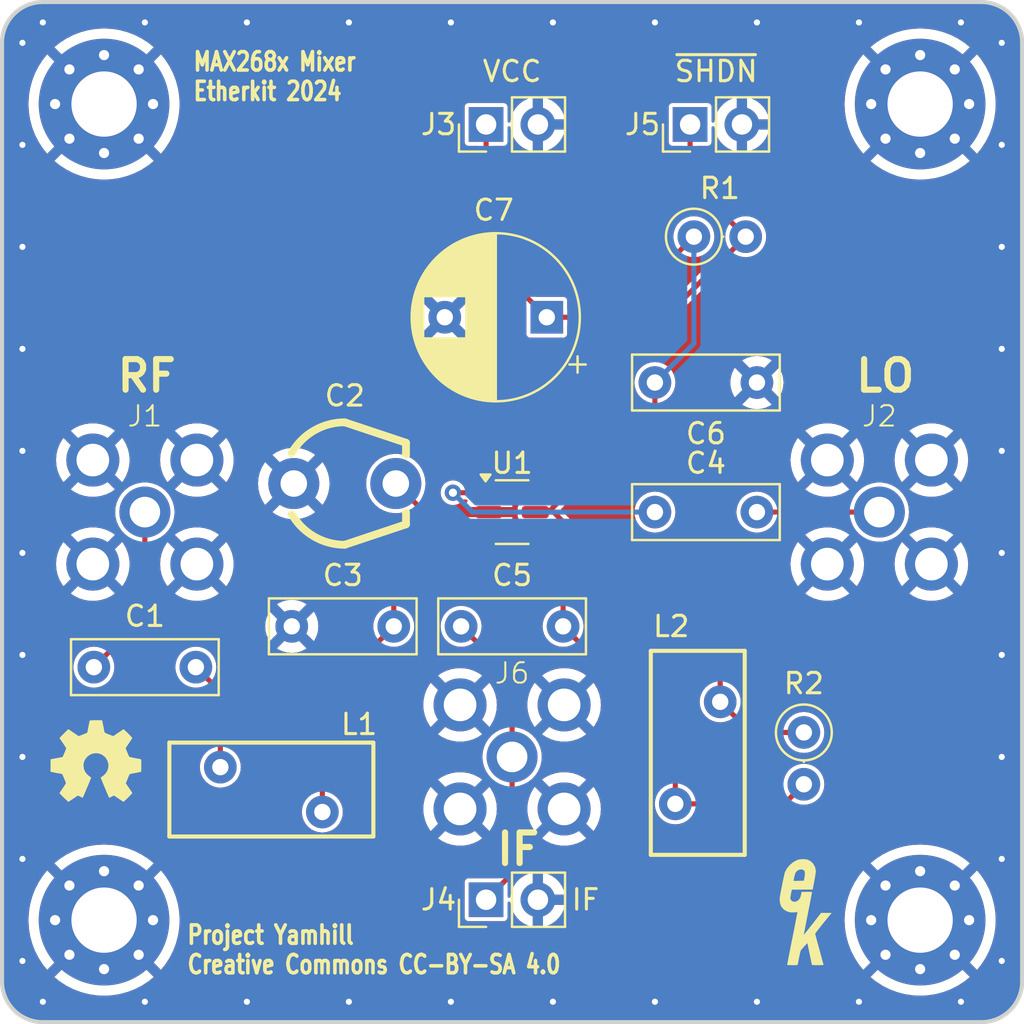
<source format=kicad_pcb>
(kicad_pcb (version 20240108) (generator "pcbnew") (generator_version "8.0")
  (title_block (title "Project Yamhill") (rev "A") (company "Etherkit"))
  (layers (0 "F.Cu" signal) (31 "B.Cu" signal) (34 "B.Paste" user) (35 "F.Paste" user) (36 "B.SilkS" user "B.Silkscreen") (37 "F.SilkS" user "F.Silkscreen") (38 "B.Mask" user) (39 "F.Mask" user) (44 "Edge.Cuts" user))
  (net 0 "")
  (net 1 "Net-(C1-Pad2)")
  (net 2 "Net-(U1-RFIN)")
  (net 3 "Net-(U1-LO)")
  (net 4 "Net-(J4-Pin_1)")
  (net 5 "GND")
  (net 6 "Net-(J1-In)")
  (net 7 "Net-(J2-In)")
  (net 8 "Net-(U1-IFOUT)")
  (net 9 "VCC")
  (net 10 "Net-(J5-Pin_1)")
  (footprint "Resistor_THT:R_Axial_DIN0207_L6.3mm_D2.5mm_P2.54mm_Vertical" (layer "F.Cu") (at 139.3 85.8 -90)
    (property "Reference" "R2" (at -2.4 0 180) (layer "F.SilkS"))
    (property "Value" "~")
    (pad "1" thru_hole circle (at 0 0 270) (size 1.6 1.6) (drill 0.8) (layers "*.Cu" "*.Mask") (net 9 "VCC"))
    (pad "2" thru_hole oval (at 2.54 0 270) (size 1.6 1.6) (drill 0.8) (layers "*.Cu" "*.Mask") (net 8 "Net-(U1-IFOUT)"))
  )
  (footprint "Capacitor_THT:C_Disc_D7.0mm_W2.5mm_P5.00mm" (layer "F.Cu") (at 122.5 80.6)
    (property "Reference" "C5" (at 2.5 -2.5 0) (layer "F.SilkS"))
    (property "Value" "1u")
    (pad "1" thru_hole circle (at 0 0) (size 1.6 1.6) (drill 0.8) (layers "*.Cu" "*.Mask") (net 4 "Net-(J4-Pin_1)"))
    (pad "2" thru_hole circle (at 5 0) (size 1.6 1.6) (drill 0.8) (layers "*.Cu" "*.Mask") (net 8 "Net-(U1-IFOUT)"))
  )
  (footprint "Capacitor_THT:C_Disc_D7.0mm_W2.5mm_P5.00mm" (layer "F.Cu") (at 104.5 82.6)
    (property "Reference" "C1" (at 2.5 -2.5 0) (layer "F.SilkS"))
    (property "Value" "100n")
    (pad "1" thru_hole circle (at 0 0) (size 1.6 1.6) (drill 0.8) (layers "*.Cu" "*.Mask") (net 6 "Net-(J1-In)"))
    (pad "2" thru_hole circle (at 5 0) (size 1.6 1.6) (drill 0.8) (layers "*.Cu" "*.Mask") (net 1 "Net-(C1-Pad2)"))
  )
  (footprint "Capacitor_THT:C_Disc_D7.0mm_W2.5mm_P5.00mm" (layer "F.Cu") (at 137 68.65 180)
    (property "Reference" "C6" (at 2.5 -2.5 360) (layer "F.SilkS"))
    (property "Value" "100n")
    (pad "1" thru_hole circle (at 0 0 180) (size 1.6 1.6) (drill 0.8) (layers "*.Cu" "*.Mask") (net 5 "GND"))
    (pad "2" thru_hole circle (at 5 0 180) (size 1.6 1.6) (drill 0.8) (layers "*.Cu" "*.Mask") (net 9 "VCC"))
  )
  (footprint "EtherkitKicadLibrary:SMA_Jack_Vertical" (layer "F.Cu") (at 107 75)
    (property "Reference" "J1" (at 0 -4.7 0) (layer "F.SilkS") (effects (font (thickness 0.1))))
    (property "Value" "RF" (hide yes))
    (pad "1" thru_hole circle (at 0 0) (size 2.5 2.5) (drill 1.5) (layers "*.Cu" "*.Mask") (net 6 "Net-(J1-In)"))
    (pad "2" thru_hole circle (at -2.55 -2.55) (size 2.6 2.6) (drill 1.6) (layers "*.Cu" "*.Mask") (net 5 "GND"))
    (pad "2" thru_hole circle (at -2.55 2.55) (size 2.6 2.6) (drill 1.6) (layers "*.Cu" "*.Mask") (net 5 "GND"))
    (pad "2" thru_hole circle (at 2.55 -2.55) (size 2.6 2.6) (drill 1.6) (layers "*.Cu" "*.Mask") (net 5 "GND"))
    (pad "2" thru_hole circle (at 2.55 2.55) (size 2.6 2.6) (drill 1.6) (layers "*.Cu" "*.Mask") (net 5 "GND"))
  )
  (footprint "Resistor_THT:R_Axial_DIN0207_L6.3mm_D2.5mm_P2.54mm_Vertical" (layer "F.Cu") (at 133.91 61.5)
    (property "Reference" "R1" (at 1.27 -2.37 0) (layer "F.SilkS"))
    (property "Value" "10k")
    (pad "1" thru_hole circle (at 0 0) (size 1.6 1.6) (drill 0.8) (layers "*.Cu" "*.Mask") (net 9 "VCC"))
    (pad "2" thru_hole oval (at 2.54 0) (size 1.6 1.6) (drill 0.8) (layers "*.Cu" "*.Mask") (net 10 "Net-(J5-Pin_1)"))
  )
  (footprint "EtherkitKicadLibrary:OSHWLogo4mm" (layer "F.Cu") (at 104.6 87.2)
    (property "Reference" "G***" (hide yes))
    (property "Value" "LOGO" (hide yes))
  )
  (footprint "Capacitor_THT:CP_Radial_D8.0mm_P5.00mm" (layer "F.Cu") (at 126.7 65.45 180)
    (property "Reference" "C7" (at 2.6 5.25 360) (layer "F.SilkS"))
    (property "Value" "100u")
    (pad "1" thru_hole rect (at 0 0 180) (size 1.6 1.6) (drill 0.8) (layers "*.Cu" "*.Mask") (net 9 "VCC"))
    (pad "2" thru_hole circle (at 5 0 180) (size 1.6 1.6) (drill 0.8) (layers "*.Cu" "*.Mask") (net 5 "GND"))
  )
  (footprint "MountingHole:MountingHole_3.2mm_M3_Pad_Via" (layer "F.Cu") (at 105 55)
    (property "Reference" "H1" (hide yes))
    (property "Value" "MountingHole_Pad" (hide yes))
    (pad "1" thru_hole circle (at -2.4 0) (size 0.8 0.8) (drill 0.5) (layers "*.Cu" "*.Mask") (net 5 "GND"))
    (pad "1" thru_hole circle (at -1.697056 -1.697056) (size 0.8 0.8) (drill 0.5) (layers "*.Cu" "*.Mask") (net 5 "GND"))
    (pad "1" thru_hole circle (at -1.697056 1.697056) (size 0.8 0.8) (drill 0.5) (layers "*.Cu" "*.Mask") (net 5 "GND"))
    (pad "1" thru_hole circle (at 0 -2.4) (size 0.8 0.8) (drill 0.5) (layers "*.Cu" "*.Mask") (net 5 "GND"))
    (pad "1" thru_hole circle (at 0 0) (size 6.4 6.4) (drill 3.2) (layers "*.Cu" "*.Mask") (net 5 "GND"))
    (pad "1" thru_hole circle (at 0 2.4) (size 0.8 0.8) (drill 0.5) (layers "*.Cu" "*.Mask") (net 5 "GND"))
    (pad "1" thru_hole circle (at 1.697056 -1.697056) (size 0.8 0.8) (drill 0.5) (layers "*.Cu" "*.Mask") (net 5 "GND"))
    (pad "1" thru_hole circle (at 1.697056 1.697056) (size 0.8 0.8) (drill 0.5) (layers "*.Cu" "*.Mask") (net 5 "GND"))
    (pad "1" thru_hole circle (at 2.4 0) (size 0.8 0.8) (drill 0.5) (layers "*.Cu" "*.Mask") (net 5 "GND"))
  )
  (footprint "Capacitor_THT:C_Disc_D7.0mm_W2.5mm_P5.00mm" (layer "F.Cu") (at 137 75 180)
    (property "Reference" "C4" (at 2.5 2.4 360) (layer "F.SilkS"))
    (property "Value" "100n")
    (pad "1" thru_hole circle (at 0 0 180) (size 1.6 1.6) (drill 0.8) (layers "*.Cu" "*.Mask") (net 7 "Net-(J2-In)"))
    (pad "2" thru_hole circle (at 5 0 180) (size 1.6 1.6) (drill 0.8) (layers "*.Cu" "*.Mask") (net 3 "Net-(U1-LO)"))
  )
  (footprint "Capacitor_THT:C_Disc_D7.0mm_W2.5mm_P5.00mm" (layer "F.Cu") (at 114.2 80.6)
    (property "Reference" "C3" (at 2.5 -2.5 0) (layer "F.SilkS"))
    (property "Value" "~")
    (pad "1" thru_hole circle (at 0 0) (size 1.6 1.6) (drill 0.8) (layers "*.Cu" "*.Mask") (net 5 "GND"))
    (pad "2" thru_hole circle (at 5 0) (size 1.6 1.6) (drill 0.8) (layers "*.Cu" "*.Mask") (net 2 "Net-(U1-RFIN)"))
  )
  (footprint "Connector_PinHeader_2.54mm:PinHeader_1x02_P2.54mm_Vertical" (layer "F.Cu") (at 133.725 56 90)
    (property "Reference" "J5" (at 0 -2.33 180) (layer "F.SilkS"))
    (property "Value" "~{SHDN}" (at 2.6 1.275 180) (layer "F.SilkS"))
    (pad "1" thru_hole rect (at 0 0 90) (size 1.7 1.7) (drill 1) (layers "*.Cu" "*.Mask") (net 10 "Net-(J5-Pin_1)"))
    (pad "2" thru_hole oval (at 0 2.54 90) (size 1.7 1.7) (drill 1) (layers "*.Cu" "*.Mask") (net 5 "GND"))
  )
  (footprint "MountingHole:MountingHole_3.2mm_M3_Pad_Via" (layer "F.Cu") (at 145 55)
    (property "Reference" "H2" (hide yes))
    (property "Value" "MountingHole_Pad" (hide yes))
    (pad "1" thru_hole circle (at -2.4 0) (size 0.8 0.8) (drill 0.5) (layers "*.Cu" "*.Mask") (net 5 "GND"))
    (pad "1" thru_hole circle (at -1.697056 -1.697056) (size 0.8 0.8) (drill 0.5) (layers "*.Cu" "*.Mask") (net 5 "GND"))
    (pad "1" thru_hole circle (at -1.697056 1.697056) (size 0.8 0.8) (drill 0.5) (layers "*.Cu" "*.Mask") (net 5 "GND"))
    (pad "1" thru_hole circle (at 0 -2.4) (size 0.8 0.8) (drill 0.5) (layers "*.Cu" "*.Mask") (net 5 "GND"))
    (pad "1" thru_hole circle (at 0 0) (size 6.4 6.4) (drill 3.2) (layers "*.Cu" "*.Mask") (net 5 "GND"))
    (pad "1" thru_hole circle (at 0 2.4) (size 0.8 0.8) (drill 0.5) (layers "*.Cu" "*.Mask") (net 5 "GND"))
    (pad "1" thru_hole circle (at 1.697056 -1.697056) (size 0.8 0.8) (drill 0.5) (layers "*.Cu" "*.Mask") (net 5 "GND"))
    (pad "1" thru_hole circle (at 1.697056 1.697056) (size 0.8 0.8) (drill 0.5) (layers "*.Cu" "*.Mask") (net 5 "GND"))
    (pad "1" thru_hole circle (at 2.4 0) (size 0.8 0.8) (drill 0.5) (layers "*.Cu" "*.Mask") (net 5 "GND"))
  )
  (footprint "EtherkitKicadLibrary:SMA_Jack_Vertical" (layer "F.Cu") (at 143 75)
    (property "Reference" "J2" (at 0 -4.7 0) (layer "F.SilkS") (effects (font (thickness 0.1))))
    (property "Value" "LO" (hide yes))
    (pad "1" thru_hole circle (at 0 0) (size 2.5 2.5) (drill 1.5) (layers "*.Cu" "*.Mask") (net 7 "Net-(J2-In)"))
    (pad "2" thru_hole circle (at -2.55 -2.55) (size 2.6 2.6) (drill 1.6) (layers "*.Cu" "*.Mask") (net 5 "GND"))
    (pad "2" thru_hole circle (at -2.55 2.55) (size 2.6 2.6) (drill 1.6) (layers "*.Cu" "*.Mask") (net 5 "GND"))
    (pad "2" thru_hole circle (at 2.55 -2.55) (size 2.6 2.6) (drill 1.6) (layers "*.Cu" "*.Mask") (net 5 "GND"))
    (pad "2" thru_hole circle (at 2.55 2.55) (size 2.6 2.6) (drill 1.6) (layers "*.Cu" "*.Mask") (net 5 "GND"))
  )
  (footprint "Connector_PinHeader_2.54mm:PinHeader_1x02_P2.54mm_Vertical" (layer "F.Cu") (at 123.725 56 90)
    (property "Reference" "J3" (at 0 -2.33 180) (layer "F.SilkS"))
    (property "Value" "VCC" (at 2.6 1.275 180) (layer "F.SilkS"))
    (pad "1" thru_hole rect (at 0 0 90) (size 1.7 1.7) (drill 1) (layers "*.Cu" "*.Mask") (net 9 "VCC"))
    (pad "2" thru_hole oval (at 0 2.54 90) (size 1.7 1.7) (drill 1) (layers "*.Cu" "*.Mask") (net 5 "GND"))
  )
  (footprint "MountingHole:MountingHole_3.2mm_M3_Pad_Via" (layer "F.Cu") (at 145 95)
    (property "Reference" "H4" (hide yes))
    (property "Value" "MountingHole_Pad" (hide yes))
    (pad "1" thru_hole circle (at -2.4 0) (size 0.8 0.8) (drill 0.5) (layers "*.Cu" "*.Mask") (net 5 "GND"))
    (pad "1" thru_hole circle (at -1.697056 -1.697056) (size 0.8 0.8) (drill 0.5) (layers "*.Cu" "*.Mask") (net 5 "GND"))
    (pad "1" thru_hole circle (at -1.697056 1.697056) (size 0.8 0.8) (drill 0.5) (layers "*.Cu" "*.Mask") (net 5 "GND"))
    (pad "1" thru_hole circle (at 0 -2.4) (size 0.8 0.8) (drill 0.5) (layers "*.Cu" "*.Mask") (net 5 "GND"))
    (pad "1" thru_hole circle (at 0 0) (size 6.4 6.4) (drill 3.2) (layers "*.Cu" "*.Mask") (net 5 "GND"))
    (pad "1" thru_hole circle (at 0 2.4) (size 0.8 0.8) (drill 0.5) (layers "*.Cu" "*.Mask") (net 5 "GND"))
    (pad "1" thru_hole circle (at 1.697056 -1.697056) (size 0.8 0.8) (drill 0.5) (layers "*.Cu" "*.Mask") (net 5 "GND"))
    (pad "1" thru_hole circle (at 1.697056 1.697056) (size 0.8 0.8) (drill 0.5) (layers "*.Cu" "*.Mask") (net 5 "GND"))
    (pad "1" thru_hole circle (at 2.4 0) (size 0.8 0.8) (drill 0.5) (layers "*.Cu" "*.Mask") (net 5 "GND"))
  )
  (footprint "Package_TO_SOT_SMD:SOT-23-6" (layer "F.Cu") (at 125 75)
    (property "Reference" "U1" (at 0 -2.4 0) (layer "F.SilkS"))
    (property "Value" "~")
    (pad "1" smd roundrect (at -1.1375 -0.95) (size 1.325 0.6) (layers "F.Cu" "F.Paste" "F.Mask") (net 3 "Net-(U1-LO)"))
    (pad "2" smd roundrect (at -1.1375 0) (size 1.325 0.6) (layers "F.Cu" "F.Paste" "F.Mask") (net 5 "GND"))
    (pad "3" smd roundrect (at -1.1375 0.95) (size 1.325 0.6) (layers "F.Cu" "F.Paste" "F.Mask") (net 2 "Net-(U1-RFIN)"))
    (pad "4" smd roundrect (at 1.1375 0.95) (size 1.325 0.6) (layers "F.Cu" "F.Paste" "F.Mask") (net 8 "Net-(U1-IFOUT)"))
    (pad "5" smd roundrect (at 1.1375 0) (size 1.325 0.6) (layers "F.Cu" "F.Paste" "F.Mask") (net 9 "VCC"))
    (pad "6" smd roundrect (at 1.1375 -0.95) (size 1.325 0.6) (layers "F.Cu" "F.Paste" "F.Mask") (net 10 "Net-(J5-Pin_1)"))
  )
  (footprint "MountingHole:MountingHole_3.2mm_M3_Pad_Via" (layer "F.Cu") (at 105 95)
    (property "Reference" "H3" (hide yes))
    (property "Value" "MountingHole_Pad" (hide yes))
    (pad "1" thru_hole circle (at -2.4 0) (size 0.8 0.8) (drill 0.5) (layers "*.Cu" "*.Mask") (net 5 "GND"))
    (pad "1" thru_hole circle (at -1.697056 -1.697056) (size 0.8 0.8) (drill 0.5) (layers "*.Cu" "*.Mask") (net 5 "GND"))
    (pad "1" thru_hole circle (at -1.697056 1.697056) (size 0.8 0.8) (drill 0.5) (layers "*.Cu" "*.Mask") (net 5 "GND"))
    (pad "1" thru_hole circle (at 0 -2.4) (size 0.8 0.8) (drill 0.5) (layers "*.Cu" "*.Mask") (net 5 "GND"))
    (pad "1" thru_hole circle (at 0 0) (size 6.4 6.4) (drill 3.2) (layers "*.Cu" "*.Mask") (net 5 "GND"))
    (pad "1" thru_hole circle (at 0 2.4) (size 0.8 0.8) (drill 0.5) (layers "*.Cu" "*.Mask") (net 5 "GND"))
    (pad "1" thru_hole circle (at 1.697056 -1.697056) (size 0.8 0.8) (drill 0.5) (layers "*.Cu" "*.Mask") (net 5 "GND"))
    (pad "1" thru_hole circle (at 1.697056 1.697056) (size 0.8 0.8) (drill 0.5) (layers "*.Cu" "*.Mask") (net 5 "GND"))
    (pad "1" thru_hole circle (at 2.4 0) (size 0.8 0.8) (drill 0.5) (layers "*.Cu" "*.Mask") (net 5 "GND"))
  )
  (footprint "EtherkitKicadLibrary:TRIMCAP-MURATA" (layer "F.Cu") (at 116.8 73.6)
    (property "Reference" "C2" (at 0 -4.30022 0) (layer "F.SilkS"))
    (property "Value" "~" (hide yes))
    (pad "1" thru_hole circle (at 2.5 0) (size 2.5 2.5) (drill 1.3) (layers "*.Cu" "*.Mask") (net 2 "Net-(U1-RFIN)"))
    (pad "2" thru_hole circle (at -2.5 0) (size 2.5 2.5) (drill 1.3) (layers "*.Cu" "*.Mask") (net 5 "GND"))
  )
  (footprint "EtherkitKicadLibrary:T37-V" (layer "F.Cu") (at 134.1 91.8)
    (property "Reference" "L2" (at -1.3 -11.2 180) (layer "F.SilkS"))
    (property "Value" "T37-x" (hide yes))
    (pad "1" thru_hole circle (at -1.1 -2.5) (size 1.6 1.6) (drill 0.8) (layers "*.Cu" "*.Mask") (net 8 "Net-(U1-IFOUT)"))
    (pad "2" thru_hole circle (at 1.1 -7.5) (size 1.6 1.6) (drill 0.8) (layers "*.Cu" "*.Mask") (net 9 "VCC"))
  )
  (footprint "Connector_PinHeader_2.54mm:PinHeader_1x02_P2.54mm_Vertical" (layer "F.Cu") (at 123.725 94 90)
    (property "Reference" "J4" (at 0 -2.33 180) (layer "F.SilkS"))
    (property "Value" "IF" (at 0 4.87 180) (layer "F.SilkS"))
    (pad "1" thru_hole rect (at 0 0 90) (size 1.7 1.7) (drill 1) (layers "*.Cu" "*.Mask") (net 4 "Net-(J4-Pin_1)"))
    (pad "2" thru_hole oval (at 0 2.54 90) (size 1.7 1.7) (drill 1) (layers "*.Cu" "*.Mask") (net 5 "GND"))
  )
  (footprint "EtherkitKicadLibrary:T37-V" (layer "F.Cu") (at 108.2 88.6 -90)
    (property "Reference" "L1" (at -3.2 -9.3 180) (layer "F.SilkS"))
    (property "Value" "T37-x" (hide yes))
    (pad "1" thru_hole circle (at -1.1 -2.5 270) (size 1.6 1.6) (drill 0.8) (layers "*.Cu" "*.Mask") (net 1 "Net-(C1-Pad2)"))
    (pad "2" thru_hole circle (at 1.1 -7.5 270) (size 1.6 1.6) (drill 0.8) (layers "*.Cu" "*.Mask") (net 2 "Net-(U1-RFIN)"))
  )
  (footprint "EtherkitKicadLibrary:SMA_Jack_Vertical" (layer "F.Cu") (at 125 87)
    (property "Reference" "J6" (at 0 -4.1 0) (layer "F.SilkS") (effects (font (thickness 0.1))))
    (property "Value" "IF" (hide yes))
    (pad "1" thru_hole circle (at 0 0) (size 2.5 2.5) (drill 1.5) (layers "*.Cu" "*.Mask") (net 4 "Net-(J4-Pin_1)"))
    (pad "2" thru_hole circle (at -2.55 -2.55) (size 2.6 2.6) (drill 1.6) (layers "*.Cu" "*.Mask") (net 5 "GND"))
    (pad "2" thru_hole circle (at -2.55 2.55) (size 2.6 2.6) (drill 1.6) (layers "*.Cu" "*.Mask") (net 5 "GND"))
    (pad "2" thru_hole circle (at 2.55 -2.55) (size 2.6 2.6) (drill 1.6) (layers "*.Cu" "*.Mask") (net 5 "GND"))
    (pad "2" thru_hole circle (at 2.55 2.55) (size 2.6 2.6) (drill 1.6) (layers "*.Cu" "*.Mask") (net 5 "GND"))
  )
  (footprint "EtherkitKicadLibrary:EtherkitLogoSmall" (layer "F.Cu") (at 139.4 94.6)
    (property "Reference" "Ref**" (hide yes))
    (property "Value" "Val**" (hide yes))
  )
  (gr_line (start 148 100) (end 102 100) (stroke (width 0.2)) (layer "Edge.Cuts"))
  (gr_arc (start 102 100) (mid 100.585786 99.414214) (end 100 98) (stroke (width 0.2)) (layer "Edge.Cuts"))
  (gr_arc (start 148 50) (mid 149.414214 50.585786) (end 150 52) (stroke (width 0.2)) (layer "Edge.Cuts"))
  (gr_arc (start 100 52) (mid 100.585786 50.585786) (end 102 50) (stroke (width 0.2)) (layer "Edge.Cuts"))
  (gr_line (start 100 98) (end 100 52) (stroke (width 0.2)) (layer "Edge.Cuts"))
  (gr_line (start 102 50) (end 148 50) (stroke (width 0.2)) (layer "Edge.Cuts"))
  (gr_arc (start 150 98) (mid 149.414214 99.414214) (end 148 100) (stroke (width 0.2)) (layer "Edge.Cuts"))
  (gr_line (start 150 52) (end 150 98) (stroke (width 0.2)) (layer "Edge.Cuts"))
  (gr_text "Rev A" (at 142.9 88.8 0) (layer "F.Cu" knockout) (effects (font (size 1.2 1) (thickness 0.25) (bold yes)) (justify left bottom)))
  (gr_text "LO" (at 141.7 69.2 0) (layer "F.SilkS") (effects (font (size 1.5 1.5) (thickness 0.3) (bold yes)) (justify left bottom)))
  (gr_text "Project Yamhill\nCreative Commons CC-BY-SA 4.0" (at 109 97.7 0) (layer "F.SilkS") (effects (font (size 0.9 0.7) (thickness 0.175) (bold yes)) (justify left bottom)))
  (gr_text "IF" (at 124.1 92.4 0) (layer "F.SilkS") (effects (font (size 1.5 1.5) (thickness 0.3) (bold yes)) (justify left bottom)))
  (gr_text "RF" (at 105.5 69.2 0) (layer "F.SilkS") (effects (font (size 1.5 1.5) (thickness 0.3) (bold yes)) (justify left bottom)))
  (gr_text "MAX268x Mixer\nEtherkit 2024" (at 109.3 54.9 0) (layer "F.SilkS") (effects (font (size 0.9 0.7) (thickness 0.175) (bold yes)) (justify left bottom)))
  (segment (start 110.7 83.8) (end 109.5 82.6) (width 0.25) (layer "F.Cu") (net 1))
  (segment (start 110.7 87.5) (end 110.7 83.8) (width 0.25) (layer "F.Cu") (net 1))
  (segment (start 119.3 73.6) (end 121.65 75.95) (width 0.25) (layer "F.Cu") (net 2))
  (segment (start 115.7 89.7) (end 115.7 84.1) (width 0.25) (layer "F.Cu") (net 2))
  (segment (start 115.7 84.1) (end 119.2 80.6) (width 0.25) (layer "F.Cu") (net 2))
  (segment (start 119.2 80.6) (end 119.2 78.4) (width 0.25) (layer "F.Cu") (net 2))
  (segment (start 121.65 75.95) (end 123.8625 75.95) (width 0.25) (layer "F.Cu") (net 2))
  (segment (start 119.2 78.4) (end 121.65 75.95) (width 0.25) (layer "F.Cu") (net 2))
  (segment (start 122.1 74.05) (end 123.8625 74.05) (width 0.25) (layer "F.Cu") (net 3))
  (via (at 122.1 74.05) (size 0.8) (drill 0.4) (layers "F.Cu" "B.Cu") (net 3))
  (segment (start 132 75) (end 123.05 75) (width 0.25) (layer "B.Cu") (net 3))
  (segment (start 123.05 75) (end 122.1 74.05) (width 0.25) (layer "B.Cu") (net 3))
  (segment (start 125 87) (end 125 83.1) (width 0.25) (layer "F.Cu") (net 4))
  (segment (start 125 83.1) (end 122.5 80.6) (width 0.25) (layer "F.Cu") (net 4))
  (segment (start 125 92.725) (end 125 87) (width 0.25) (layer "F.Cu") (net 4))
  (segment (start 123.725 94) (end 125 92.725) (width 0.25) (layer "F.Cu") (net 4))
  (via (at 122 51) (size 0.6) (drill 0.3) (layers "F.Cu" "B.Cu") (net 5))
  (via (at 101 82) (size 0.6) (drill 0.3) (layers "F.Cu" "B.Cu") (net 5))
  (via (at 149 82) (size 0.6) (drill 0.3) (layers "F.Cu" "B.Cu") (net 5))
  (via (at 149 97) (size 0.6) (drill 0.3) (layers "F.Cu" "B.Cu") (net 5))
  (via (at 147 51) (size 0.6) (drill 0.3) (layers "F.Cu" "B.Cu") (net 5))
  (via (at 149 72) (size 0.6) (drill 0.3) (layers "F.Cu" "B.Cu") (net 5))
  (via (at 149 62) (size 0.6) (drill 0.3) (layers "F.Cu" "B.Cu") (net 5))
  (via (at 117 99) (size 0.6) (drill 0.3) (layers "F.Cu" "B.Cu") (net 5))
  (via (at 142 51) (size 0.6) (drill 0.3) (layers "F.Cu" "B.Cu") (net 5))
  (via (at 149 77) (size 0.6) (drill 0.3) (layers "F.Cu" "B.Cu") (net 5))
  (via (at 149 57) (size 0.6) (drill 0.3) (layers "F.Cu" "B.Cu") (net 5))
  (via (at 101 87) (size 0.6) (drill 0.3) (layers "F.Cu" "B.Cu") (net 5))
  (via (at 149 52) (size 0.6) (drill 0.3) (layers "F.Cu" "B.Cu") (net 5))
  (via (at 132 51) (size 0.6) (drill 0.3) (layers "F.Cu" "B.Cu") (net 5))
  (via (at 101 52) (size 0.6) (drill 0.3) (layers "F.Cu" "B.Cu") (net 5))
  (via (at 107 51) (size 0.6) (drill 0.3) (layers "F.Cu" "B.Cu") (net 5))
  (via (at 101 97) (size 0.6) (drill 0.3) (layers "F.Cu" "B.Cu") (net 5))
  (via (at 149 67) (size 0.6) (drill 0.3) (layers "F.Cu" "B.Cu") (net 5))
  (via (at 107 99) (size 0.6) (drill 0.3) (layers "F.Cu" "B.Cu") (net 5))
  (via (at 101 67) (size 0.6) (drill 0.3) (layers "F.Cu" "B.Cu") (net 5))
  (via (at 149 87) (size 0.6) (drill 0.3) (layers "F.Cu" "B.Cu") (net 5))
  (via (at 102 51) (size 0.6) (drill 0.3) (layers "F.Cu" "B.Cu") (net 5))
  (via (at 122 99) (size 0.6) (drill 0.3) (layers "F.Cu" "B.Cu") (net 5))
  (via (at 101 77) (size 0.6) (drill 0.3) (layers "F.Cu" "B.Cu") (net 5))
  (via (at 112 51) (size 0.6) (drill 0.3) (layers "F.Cu" "B.Cu") (net 5))
  (via (at 142 99) (size 0.6) (drill 0.3) (layers "F.Cu" "B.Cu") (net 5))
  (via (at 127 99) (size 0.6) (drill 0.3) (layers "F.Cu" "B.Cu") (net 5))
  (via (at 127 51) (size 0.6) (drill 0.3) (layers "F.Cu" "B.Cu") (net 5))
  (via (at 137 99) (size 0.6) (drill 0.3) (layers "F.Cu" "B.Cu") (net 5))
  (via (at 101 62) (size 0.6) (drill 0.3) (layers "F.Cu" "B.Cu") (net 5))
  (via (at 137 51) (size 0.6) (drill 0.3) (layers "F.Cu" "B.Cu") (net 5))
  (via (at 101 57) (size 0.6) (drill 0.3) (layers "F.Cu" "B.Cu") (net 5))
  (via (at 112 99) (size 0.6) (drill 0.3) (layers "F.Cu" "B.Cu") (net 5))
  (via (at 147 99) (size 0.6) (drill 0.3) (layers "F.Cu" "B.Cu") (net 5))
  (via (at 102 99) (size 0.6) (drill 0.3) (layers "F.Cu" "B.Cu") (net 5))
  (via (at 101 72) (size 0.6) (drill 0.3) (layers "F.Cu" "B.Cu") (net 5))
  (via (at 117 51) (size 0.6) (drill 0.3) (layers "F.Cu" "B.Cu") (net 5))
  (via (at 101 92) (size 0.6) (drill 0.3) (layers "F.Cu" "B.Cu") (net 5))
  (via (at 132 99) (size 0.6) (drill 0.3) (layers "F.Cu" "B.Cu") (net 5))
  (via (at 149 92) (size 0.6) (drill 0.3) (layers "F.Cu" "B.Cu") (net 5))
  (segment (start 107 80.1) (end 107 75) (width 0.25) (layer "F.Cu") (net 6))
  (segment (start 104.5 82.6) (end 107 80.1) (width 0.25) (layer "F.Cu") (net 6))
  (segment (start 143 75) (end 137 75) (width 0.25) (layer "F.Cu") (net 7))
  (segment (start 133 89.3) (end 133 86.1) (width 0.25) (layer "F.Cu") (net 8))
  (segment (start 138.34 89.3) (end 139.3 88.34) (width 0.25) (layer "F.Cu") (net 8))
  (segment (start 127.5 77.3125) (end 127.5 80.6) (width 0.25) (layer "F.Cu") (net 8))
  (segment (start 133 89.3) (end 138.34 89.3) (width 0.25) (layer "F.Cu") (net 8))
  (segment (start 126.1375 75.95) (end 127.5 77.3125) (width 0.25) (layer "F.Cu") (net 8))
  (segment (start 133 86.1) (end 127.5 80.6) (width 0.25) (layer "F.Cu") (net 8))
  (segment (start 135.2 83.16863) (end 127.03137 75) (width 0.25) (layer "F.Cu") (net 9))
  (segment (start 126.7 65.45) (end 129.96 65.45) (width 0.25) (layer "F.Cu") (net 9))
  (segment (start 132 69.78137) (end 126.78137 75) (width 0.25) (layer "F.Cu") (net 9))
  (segment (start 126.78137 75) (end 126.1375 75) (width 0.25) (layer "F.Cu") (net 9))
  (segment (start 136.7 85.8) (end 135.2 84.3) (width 0.25) (layer "F.Cu") (net 9))
  (segment (start 127.03137 75) (end 126.1375 75) (width 0.25) (layer "F.Cu") (net 9))
  (segment (start 123.725 62.475) (end 126.7 65.45) (width 0.25) (layer "F.Cu") (net 9))
  (segment (start 123.725 56) (end 123.725 62.475) (width 0.25) (layer "F.Cu") (net 9))
  (segment (start 139.3 85.8) (end 136.7 85.8) (width 0.25) (layer "F.Cu") (net 9))
  (segment (start 132 68.65) (end 132 69.78137) (width 0.25) (layer "F.Cu") (net 9))
  (segment (start 135.2 84.3) (end 135.2 83.16863) (width 0.25) (layer "F.Cu") (net 9))
  (segment (start 129.96 65.45) (end 133.91 61.5) (width 0.25) (layer "F.Cu") (net 9))
  (segment (start 133.91 66.74) (end 132 68.65) (width 0.25) (layer "B.Cu") (net 9))
  (segment (start 133.91 61.5) (end 133.91 66.74) (width 0.25) (layer "B.Cu") (net 9))
  (segment (start 126.1375 74.05) (end 126.1375 71.8125) (width 0.25) (layer "F.Cu") (net 10))
  (segment (start 133.725 58.775) (end 136.45 61.5) (width 0.25) (layer "F.Cu") (net 10))
  (segment (start 126.1375 71.8125) (end 136.45 61.5) (width 0.25) (layer "F.Cu") (net 10))
  (segment (start 133.725 56) (end 133.725 58.775) (width 0.25) (layer "F.Cu") (net 10))
  (zone (net 5) (net_name "GND") (layers "F&B.Cu") (name "Ground Plane") (connect_pads (clearance 0.15)) (min_thickness 0.15) (fill yes (thermal_gap 0.5) (thermal_bridge_width 0.5) (smoothing chamfer) (radius 1) (island_removal_mode 2) (island_area_min 10))
    (polygon (pts (xy 99.974457 49.974457) (xy 149.972139 50.027861) (xy 149.966772 99.966772) (xy 100 100)))
  )
)
</source>
